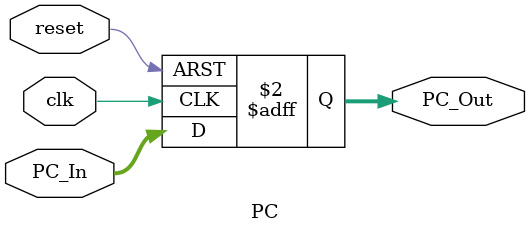
<source format=v>
module PC(
	input [63:0] PC_In,
	input clk,reset,
	output reg [63:0] PC_Out
);

always @ (posedge clk or posedge reset)
begin
	if (reset)
		PC_Out = 64'd0;
	else
		PC_Out <= PC_In;
end

endmodule
</source>
